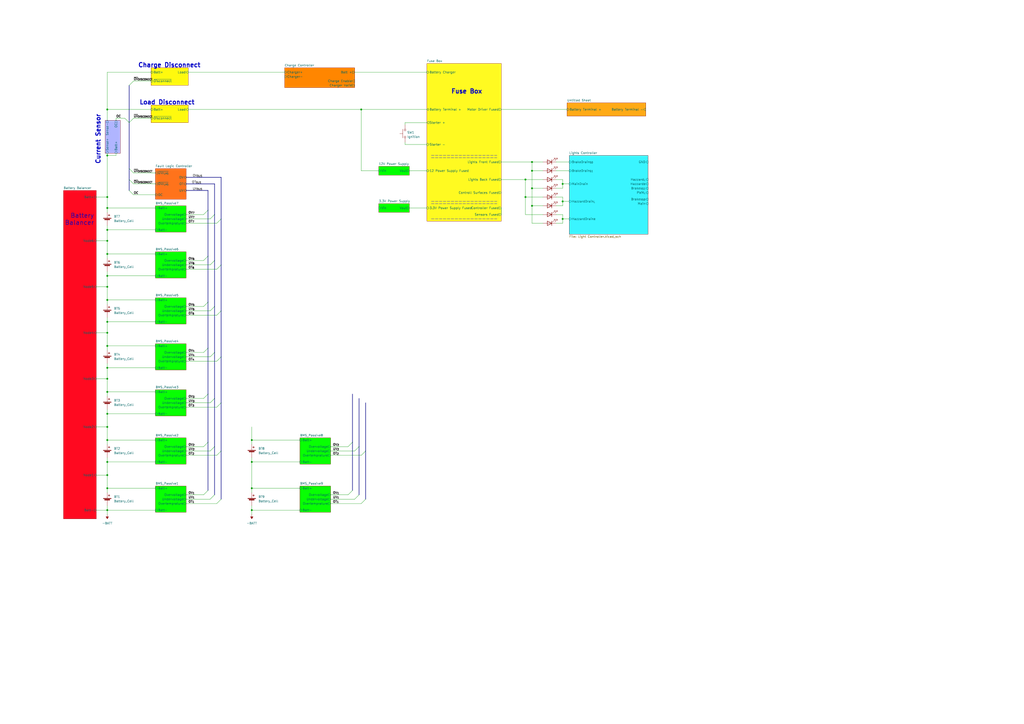
<source format=kicad_sch>
(kicad_sch (version 20230121) (generator eeschema)
  (paper "A2")
  (lib_symbols
    (symbol "Device:Battery_Cell" (pin_numbers hide) (pin_names (offset 0) hide)
      (property "Reference" "BT" (at 2.54 2.54 0))
      (property "Value" "Battery_Cell" (at 2.54 0 0))
      (symbol "Battery_Cell_0_1"
        (rectangle (start -2.286 1.778) (end 2.286 1.524) (fill (type outline)))
        (rectangle (start -1.5748 1.1938) (end 1.4732 0.6858) (fill (type outline)))
        (polyline (pts (xy 0 0.762) (xy 0 0)))
        (polyline (pts (xy 0 1.778) (xy 0 2.54)))
        (polyline (pts (xy 0.508 3.429) (xy 1.524 3.429)) (stroke (width 0.254)))
        (polyline (pts (xy 1.016 3.937) (xy 1.016 2.921)) (stroke (width 0.254)))
      )
      (symbol "Battery_Cell_1_1"
        (pin passive line (at 0 5.08 270) (length 2.54) (name "+") (number "1"))
        (pin passive line (at 0 -2.54 90) (length 2.54) (name "-") (number "2"))
      )
    )
    (symbol "Device:LED" (pin_numbers hide) (pin_names (offset 1.016) hide)
      (property "Reference" "D" (at 0 2.54 0))
      (property "Value" "LED" (at 0 -2.54 0))
      (symbol "LED_0_1"
        (polyline (pts (xy -1.27 -1.27) (xy -1.27 1.27)) (stroke (width 0.254)))
        (polyline (pts (xy -1.27 0) (xy 1.27 0)))
        (polyline (pts (xy 1.27 -1.27) (xy 1.27 1.27) (xy -1.27 0) (xy 1.27 -1.27)) (stroke (width 0.254)))
        (polyline (pts (xy -3.048 -0.762) (xy -4.572 -2.286) (xy -3.81 -2.286) (xy -4.572 -2.286) (xy -4.572 -1.524)))
        (polyline (pts (xy -1.778 -0.762) (xy -3.302 -2.286) (xy -2.54 -2.286) (xy -3.302 -2.286) (xy -3.302 -1.524)))
      )
      (symbol "LED_1_1"
        (pin passive line (at -3.81 0 0) (length 2.54) (name "K") (number "1"))
        (pin passive line (at 3.81 0 180) (length 2.54) (name "A") (number "2"))
      )
    )
    (symbol "Switch:SW_Push" (pin_numbers hide) (pin_names (offset 1.016) hide)
      (property "Reference" "SW" (at 1.27 2.54 0))
      (property "Value" "SW_Push" (at 0 -1.524 0))
      (symbol "SW_Push_0_1"
        (circle (center -2.032 0) (radius 0.508))
        (polyline (pts (xy 0 1.27) (xy 0 3.048)))
        (polyline (pts (xy 2.54 1.27) (xy -2.54 1.27)))
        (circle (center 2.032 0) (radius 0.508))
        (pin passive line (at -5.08 0 0) (length 2.54) (name "1") (number "1"))
        (pin passive line (at 5.08 0 180) (length 2.54) (name "2") (number "2"))
      )
    )
    (symbol "power:-BATT" (power) (pin_names (offset 0))
      (property "Value" "-BATT" (at 0 3.556 0))
      (symbol "-BATT_0_1"
        (polyline (pts (xy 0 0) (xy 0 2.54)))
        (polyline (pts (xy 0.762 1.27) (xy -0.762 1.27) (xy 0 2.54) (xy 0.762 1.27)) (fill (type outline)))
      )
      (symbol "-BATT_1_1"
        (pin power_in line (at 0 0 90) (length 0) hide (name "-BATT") (number "1"))
      )
    )
  )
  (junction (at 62.23 219.71))
  (junction (at 146.05 295.91))
  (junction (at 304.8 114.3))
  (junction (at 209.55 63.5))
  (junction (at 326.39 127))
  (junction (at 62.23 114.3))
  (junction (at 62.23 295.91))
  (junction (at 62.23 139.7))
  (junction (at 62.23 133.35))
  (junction (at 62.23 240.03))
  (junction (at 62.23 63.5))
  (junction (at 62.23 173.99))
  (junction (at 62.23 193.04))
  (junction (at 308.61 119.38))
  (junction (at 62.23 120.65))
  (junction (at 62.23 186.69))
  (junction (at 62.23 213.36))
  (junction (at 62.23 166.37))
  (junction (at 62.23 160.02))
  (junction (at 326.39 106.68))
  (junction (at 62.23 275.59))
  (junction (at 62.23 247.65))
  (junction (at 62.23 200.66))
  (junction (at 62.23 267.97))
  (junction (at 146.05 267.97))
  (junction (at 308.61 93.98))
  (junction (at 62.23 227.33))
  (junction (at 146.05 255.27))
  (junction (at 62.23 283.21))
  (junction (at 62.23 90.17))
  (junction (at 308.61 109.22))
  (junction (at 304.8 104.14))
  (junction (at 62.23 255.27))
  (junction (at 62.23 147.32))
  (junction (at 308.61 99.06))
  (junction (at 146.05 283.21))
  (junction (at 326.39 116.84))
  (bus_entry (at 118.11 287.02) (size 2.54 -2.54))
  (bus_entry (at 121.92 261.62) (size 2.54 -2.54))
  (bus_entry (at 118.11 204.47) (size 2.54 -2.54))
  (bus_entry (at 125.73 129.54) (size 2.54 -2.54))
  (bus_entry (at 74.93 71.12) (size 2.54 -2.54))
  (bus_entry (at 209.55 292.1) (size 2.54 -2.54))
  (bus_entry (at 118.11 259.08) (size 2.54 -2.54))
  (bus_entry (at 205.74 261.62) (size 2.54 -2.54))
  (bus_entry (at 201.93 259.08) (size 2.54 -2.54))
  (bus_entry (at 121.92 289.56) (size 2.54 -2.54))
  (bus_entry (at 121.92 180.34) (size 2.54 -2.54))
  (bus_entry (at 205.74 289.56) (size 2.54 -2.54))
  (bus_entry (at 74.93 104.14) (size 2.54 2.54))
  (bus_entry (at 121.92 233.68) (size 2.54 -2.54))
  (bus_entry (at 125.73 236.22) (size 2.54 -2.54))
  (bus_entry (at 121.92 207.01) (size 2.54 -2.54))
  (bus_entry (at 125.73 209.55) (size 2.54 -2.54))
  (bus_entry (at 125.73 182.88) (size 2.54 -2.54))
  (bus_entry (at 74.93 49.53) (size 2.54 -2.54))
  (bus_entry (at 121.92 153.67) (size 2.54 -2.54))
  (bus_entry (at 74.93 97.79) (size 2.54 2.54))
  (bus_entry (at 201.93 287.02) (size 2.54 -2.54))
  (bus_entry (at 118.11 151.13) (size 2.54 -2.54))
  (bus_entry (at 118.11 231.14) (size 2.54 -2.54))
  (bus_entry (at 74.93 110.49) (size 2.54 2.54))
  (bus_entry (at 74.93 71.12) (size -2.54 -2.54))
  (bus_entry (at 121.92 127) (size 2.54 -2.54))
  (bus_entry (at 118.11 124.46) (size 2.54 -2.54))
  (bus_entry (at 118.11 177.8) (size 2.54 -2.54))
  (bus_entry (at 125.73 292.1) (size 2.54 -2.54))
  (bus_entry (at 209.55 264.16) (size 2.54 -2.54))
  (bus_entry (at 125.73 264.16) (size 2.54 -2.54))
  (bus_entry (at 125.73 156.21) (size 2.54 -2.54))
  (wire (pts (xy 62.23 120.65) (xy 62.23 123.19)))
  (polyline (pts (xy 250.19 118.11) (xy 288.29 118.11)) (stroke (width 0) (type dash) (color 0 0 255 1)))
  (wire (pts (xy 62.23 147.32) (xy 62.23 149.86)))
  (wire (pts (xy 55.88 114.3) (xy 62.23 114.3)))
  (bus (pts (xy 120.65 256.54) (xy 120.65 284.48)))
  (wire (pts (xy 62.23 247.65) (xy 62.23 255.27)))
  (bus (pts (xy 120.65 121.92) (xy 120.65 148.59)))
  (bus (pts (xy 124.46 259.08) (xy 124.46 287.02)))
  (wire (pts (xy 77.47 68.58) (xy 87.63 68.58)))
  (wire (pts (xy 107.95 209.55) (xy 125.73 209.55)))
  (wire (pts (xy 304.8 114.3) (xy 304.8 124.46)))
  (wire (pts (xy 308.61 93.98) (xy 314.96 93.98)))
  (wire (pts (xy 62.23 227.33) (xy 90.17 227.33)))
  (wire (pts (xy 62.23 41.91) (xy 87.63 41.91)))
  (wire (pts (xy 107.95 180.34) (xy 121.92 180.34)))
  (wire (pts (xy 314.96 129.54) (xy 308.61 129.54)))
  (wire (pts (xy 146.05 267.97) (xy 146.05 283.21)))
  (wire (pts (xy 107.95 129.54) (xy 125.73 129.54)))
  (wire (pts (xy 308.61 119.38) (xy 314.96 119.38)))
  (bus (pts (xy 212.09 233.68) (xy 212.09 261.62)))
  (wire (pts (xy 107.95 124.46) (xy 118.11 124.46)))
  (wire (pts (xy 191.77 264.16) (xy 209.55 264.16)))
  (wire (pts (xy 219.71 99.06) (xy 209.55 99.06)))
  (bus (pts (xy 124.46 177.8) (xy 124.46 204.47)))
  (bus (pts (xy 128.27 233.68) (xy 128.27 261.62)))
  (wire (pts (xy 62.23 240.03) (xy 62.23 247.65)))
  (wire (pts (xy 205.74 41.91) (xy 247.65 41.91)))
  (wire (pts (xy 146.05 247.65) (xy 146.05 255.27)))
  (wire (pts (xy 55.88 295.91) (xy 62.23 295.91)))
  (wire (pts (xy 55.88 247.65) (xy 62.23 247.65)))
  (wire (pts (xy 107.95 292.1) (xy 125.73 292.1)))
  (bus (pts (xy 208.28 231.14) (xy 208.28 259.08)))
  (wire (pts (xy 304.8 114.3) (xy 314.96 114.3)))
  (wire (pts (xy 62.23 213.36) (xy 62.23 219.71)))
  (wire (pts (xy 234.95 82.55) (xy 234.95 83.82)))
  (wire (pts (xy 290.83 104.14) (xy 304.8 104.14)))
  (bus (pts (xy 74.93 49.53) (xy 74.93 71.12)))
  (wire (pts (xy 146.05 255.27) (xy 173.99 255.27)))
  (wire (pts (xy 191.77 259.08) (xy 201.93 259.08)))
  (wire (pts (xy 62.23 120.65) (xy 90.17 120.65)))
  (wire (pts (xy 62.23 265.43) (xy 62.23 267.97)))
  (wire (pts (xy 107.95 204.47) (xy 118.11 204.47)))
  (wire (pts (xy 107.95 287.02) (xy 118.11 287.02)))
  (wire (pts (xy 77.47 46.99) (xy 87.63 46.99)))
  (wire (pts (xy 326.39 127) (xy 326.39 129.54)))
  (wire (pts (xy 191.77 289.56) (xy 205.74 289.56)))
  (polyline (pts (xy 250.19 116.84) (xy 288.29 116.84)) (stroke (width 0) (type dash) (color 0 0 255 1)))
  (bus (pts (xy 120.65 110.49) (xy 120.65 121.92)))
  (wire (pts (xy 107.95 127) (xy 121.92 127)))
  (wire (pts (xy 326.39 127) (xy 330.2 127)))
  (wire (pts (xy 55.88 193.04) (xy 62.23 193.04)))
  (bus (pts (xy 120.65 201.93) (xy 120.65 228.6)))
  (wire (pts (xy 308.61 99.06) (xy 308.61 93.98)))
  (wire (pts (xy 55.88 139.7) (xy 62.23 139.7)))
  (wire (pts (xy 290.83 93.98) (xy 308.61 93.98)))
  (wire (pts (xy 191.77 287.02) (xy 201.93 287.02)))
  (wire (pts (xy 322.58 109.22) (xy 326.39 109.22)))
  (bus (pts (xy 212.09 261.62) (xy 212.09 289.56)))
  (wire (pts (xy 62.23 63.5) (xy 62.23 69.85)))
  (wire (pts (xy 62.23 186.69) (xy 62.23 193.04)))
  (wire (pts (xy 62.23 120.65) (xy 62.23 114.3)))
  (bus (pts (xy 124.46 106.68) (xy 124.46 124.46)))
  (wire (pts (xy 62.23 173.99) (xy 90.17 173.99)))
  (wire (pts (xy 107.95 182.88) (xy 125.73 182.88)))
  (wire (pts (xy 308.61 109.22) (xy 308.61 119.38)))
  (wire (pts (xy 146.05 293.37) (xy 146.05 295.91)))
  (wire (pts (xy 107.95 289.56) (xy 121.92 289.56)))
  (wire (pts (xy 62.23 133.35) (xy 62.23 139.7)))
  (bus (pts (xy 74.93 97.79) (xy 74.93 104.14)))
  (wire (pts (xy 62.23 267.97) (xy 62.23 275.59)))
  (bus (pts (xy 208.28 259.08) (xy 208.28 287.02)))
  (polyline (pts (xy 250.19 90.17) (xy 288.29 90.17)) (stroke (width 0) (type dash) (color 0 0 255 1)))
  (wire (pts (xy 62.23 227.33) (xy 62.23 229.87)))
  (bus (pts (xy 74.93 104.14) (xy 74.93 110.49)))
  (wire (pts (xy 62.23 275.59) (xy 62.23 283.21)))
  (wire (pts (xy 62.23 200.66) (xy 90.17 200.66)))
  (wire (pts (xy 62.23 184.15) (xy 62.23 186.69)))
  (wire (pts (xy 55.88 166.37) (xy 62.23 166.37)))
  (bus (pts (xy 74.93 71.12) (xy 74.93 97.79)))
  (bus (pts (xy 128.27 153.67) (xy 128.27 180.34)))
  (wire (pts (xy 107.95 259.08) (xy 118.11 259.08)))
  (wire (pts (xy 322.58 129.54) (xy 326.39 129.54)))
  (bus (pts (xy 107.95 110.49) (xy 120.65 110.49)))
  (wire (pts (xy 62.23 166.37) (xy 62.23 173.99)))
  (polyline (pts (xy 250.19 91.44) (xy 288.29 91.44)) (stroke (width 0) (type dash) (color 0 0 255 1)))
  (wire (pts (xy 107.95 231.14) (xy 118.11 231.14)))
  (wire (pts (xy 107.95 261.62) (xy 121.92 261.62)))
  (wire (pts (xy 146.05 265.43) (xy 146.05 267.97)))
  (wire (pts (xy 62.23 295.91) (xy 62.23 298.45)))
  (wire (pts (xy 62.23 157.48) (xy 62.23 160.02)))
  (wire (pts (xy 308.61 99.06) (xy 314.96 99.06)))
  (wire (pts (xy 107.95 233.68) (xy 121.92 233.68)))
  (wire (pts (xy 62.23 160.02) (xy 62.23 166.37)))
  (wire (pts (xy 326.39 104.14) (xy 326.39 106.68)))
  (wire (pts (xy 62.23 186.69) (xy 90.17 186.69)))
  (wire (pts (xy 234.95 83.82) (xy 247.65 83.82)))
  (wire (pts (xy 55.88 275.59) (xy 62.23 275.59)))
  (wire (pts (xy 62.23 173.99) (xy 62.23 176.53)))
  (wire (pts (xy 304.8 124.46) (xy 314.96 124.46)))
  (wire (pts (xy 62.23 90.17) (xy 62.23 114.3)))
  (wire (pts (xy 146.05 255.27) (xy 146.05 257.81)))
  (wire (pts (xy 62.23 283.21) (xy 90.17 283.21)))
  (bus (pts (xy 128.27 102.87) (xy 128.27 127)))
  (bus (pts (xy 124.46 204.47) (xy 124.46 231.14)))
  (wire (pts (xy 107.95 177.8) (xy 118.11 177.8)))
  (wire (pts (xy 67.31 88.9) (xy 67.31 90.17)))
  (wire (pts (xy 326.39 104.14) (xy 322.58 104.14)))
  (wire (pts (xy 109.22 63.5) (xy 209.55 63.5)))
  (bus (pts (xy 107.95 102.87) (xy 128.27 102.87)))
  (wire (pts (xy 209.55 63.5) (xy 247.65 63.5)))
  (wire (pts (xy 107.95 156.21) (xy 125.73 156.21)))
  (bus (pts (xy 120.65 175.26) (xy 120.65 201.93)))
  (bus (pts (xy 124.46 231.14) (xy 124.46 259.08)))
  (wire (pts (xy 62.23 63.5) (xy 87.63 63.5)))
  (wire (pts (xy 326.39 116.84) (xy 330.2 116.84)))
  (bus (pts (xy 128.27 261.62) (xy 128.27 289.56)))
  (wire (pts (xy 290.83 124.46) (xy 290.83 120.65)))
  (bus (pts (xy 204.47 228.6) (xy 204.47 256.54)))
  (wire (pts (xy 326.39 106.68) (xy 330.2 106.68)))
  (wire (pts (xy 191.77 261.62) (xy 205.74 261.62)))
  (wire (pts (xy 62.23 267.97) (xy 90.17 267.97)))
  (wire (pts (xy 62.23 237.49) (xy 62.23 240.03)))
  (wire (pts (xy 67.31 68.58) (xy 72.39 68.58)))
  (wire (pts (xy 62.23 255.27) (xy 90.17 255.27)))
  (wire (pts (xy 326.39 106.68) (xy 326.39 109.22)))
  (wire (pts (xy 107.95 264.16) (xy 125.73 264.16)))
  (wire (pts (xy 326.39 114.3) (xy 326.39 116.84)))
  (bus (pts (xy 204.47 256.54) (xy 204.47 284.48)))
  (polyline (pts (xy 250.19 127) (xy 288.29 127)) (stroke (width 0) (type dash) (color 0 0 255 1)))
  (wire (pts (xy 62.23 200.66) (xy 62.23 203.2)))
  (wire (pts (xy 304.8 104.14) (xy 314.96 104.14)))
  (wire (pts (xy 237.49 99.06) (xy 247.65 99.06)))
  (wire (pts (xy 67.31 90.17) (xy 62.23 90.17)))
  (wire (pts (xy 62.23 193.04) (xy 62.23 200.66)))
  (wire (pts (xy 77.47 113.03) (xy 90.17 113.03)))
  (wire (pts (xy 191.77 292.1) (xy 209.55 292.1)))
  (wire (pts (xy 107.95 207.01) (xy 121.92 207.01)))
  (wire (pts (xy 62.23 255.27) (xy 62.23 257.81)))
  (wire (pts (xy 146.05 295.91) (xy 173.99 295.91)))
  (wire (pts (xy 322.58 99.06) (xy 330.2 99.06)))
  (wire (pts (xy 62.23 283.21) (xy 62.23 285.75)))
  (bus (pts (xy 128.27 180.34) (xy 128.27 207.01)))
  (wire (pts (xy 62.23 139.7) (xy 62.23 147.32)))
  (wire (pts (xy 308.61 119.38) (xy 308.61 129.54)))
  (wire (pts (xy 209.55 63.5) (xy 209.55 99.06)))
  (bus (pts (xy 128.27 207.01) (xy 128.27 233.68)))
  (wire (pts (xy 77.47 106.68) (xy 90.17 106.68)))
  (wire (pts (xy 62.23 160.02) (xy 90.17 160.02)))
  (wire (pts (xy 322.58 124.46) (xy 326.39 124.46)))
  (wire (pts (xy 55.88 219.71) (xy 62.23 219.71)))
  (wire (pts (xy 326.39 116.84) (xy 326.39 119.38)))
  (wire (pts (xy 62.23 213.36) (xy 90.17 213.36)))
  (wire (pts (xy 308.61 99.06) (xy 308.61 109.22)))
  (wire (pts (xy 77.47 100.33) (xy 90.17 100.33)))
  (wire (pts (xy 322.58 93.98) (xy 330.2 93.98)))
  (wire (pts (xy 62.23 147.32) (xy 90.17 147.32)))
  (wire (pts (xy 146.05 283.21) (xy 146.05 285.75)))
  (bus (pts (xy 124.46 124.46) (xy 124.46 151.13)))
  (bus (pts (xy 120.65 148.59) (xy 120.65 175.26)))
  (wire (pts (xy 322.58 114.3) (xy 326.39 114.3)))
  (bus (pts (xy 128.27 127) (xy 128.27 153.67)))
  (wire (pts (xy 109.22 41.91) (xy 165.1 41.91)))
  (wire (pts (xy 322.58 119.38) (xy 326.39 119.38)))
  (wire (pts (xy 62.23 295.91) (xy 90.17 295.91)))
  (wire (pts (xy 146.05 295.91) (xy 146.05 298.45)))
  (wire (pts (xy 107.95 151.13) (xy 118.11 151.13)))
  (wire (pts (xy 62.23 133.35) (xy 90.17 133.35)))
  (wire (pts (xy 237.49 120.65) (xy 247.65 120.65)))
  (wire (pts (xy 62.23 130.81) (xy 62.23 133.35)))
  (wire (pts (xy 67.31 69.85) (xy 67.31 68.58)))
  (wire (pts (xy 234.95 72.39) (xy 234.95 71.12)))
  (wire (pts (xy 304.8 104.14) (xy 304.8 114.3)))
  (wire (pts (xy 308.61 109.22) (xy 314.96 109.22)))
  (wire (pts (xy 62.23 41.91) (xy 62.23 63.5)))
  (wire (pts (xy 146.05 283.21) (xy 173.99 283.21)))
  (wire (pts (xy 234.95 71.12) (xy 247.65 71.12)))
  (wire (pts (xy 62.23 219.71) (xy 62.23 227.33)))
  (wire (pts (xy 62.23 293.37) (xy 62.23 295.91)))
  (bus (pts (xy 124.46 151.13) (xy 124.46 177.8)))
  (bus (pts (xy 107.95 106.68) (xy 124.46 106.68)))
  (wire (pts (xy 62.23 210.82) (xy 62.23 213.36)))
  (wire (pts (xy 290.83 63.5) (xy 328.93 63.5)))
  (bus (pts (xy 120.65 228.6) (xy 120.65 256.54)))
  (wire (pts (xy 62.23 240.03) (xy 90.17 240.03)))
  (wire (pts (xy 146.05 267.97) (xy 173.99 267.97)))
  (wire (pts (xy 107.95 153.67) (xy 121.92 153.67)))
  (wire (pts (xy 107.95 236.22) (xy 125.73 236.22)))
  (wire (pts (xy 62.23 88.9) (xy 62.23 90.17)))
  (wire (pts (xy 326.39 124.46) (xy 326.39 127)))
  (text "Battery\nBalancer" (at 54.61 130.81 0) (effects (font (size 2.54 2.54) (thickness 0.254) bold) (justify right bottom)))
  (text "Charge Disconnect" (at 80.01 39.37 0) (effects (font (size 2.54 2.54) bold) (justify left bottom)))
  (text "Fuse Box" (at 261.62 54.61 0) (effects (font (size 2.54 2.54) (thickness 0.508) bold) (justify left bottom)))
  (text "Load Disconnect" (at 113.03 60.96 0) (effects (font (size 2.54 2.54) bold) (justify right bottom)))
  (text "Current Sensor\n" (at 58.42 66.04 90) (effects (font (size 2.54 2.54) bold) (justify right bottom)))
  (label "OV_{7}" (at 109.22 124.46 0) (effects (font bold)))
  (label "UV_{4}" (at 109.22 207.01 0) (effects (font bold)))
  (label "OV_{2}" (at 193.04 259.08 0) (effects (font bold)))
  (label "OV_{3}" (at 109.22 231.14 0) (effects (font bold)))
  (label "OT_{4}" (at 109.22 209.55 0) (effects (font bold)))
  (label "OC" (at 67.31 68.58 0) (effects (font bold)))
  (label "~{OV}_{DISCONECT}" (at 77.47 46.99 0) (effects (font bold)))
  (label "OV_{BUS}" (at 111.76 102.87 0))
  (label "OV_{4}" (at 109.22 204.47 0) (effects (font bold)))
  (label "UV_{1}" (at 193.04 289.56 0) (effects (font bold)))
  (label "OT_{6}" (at 109.22 156.21 0) (effects (font bold)))
  (label "UV_{5}" (at 109.22 180.34 0) (effects (font bold)))
  (label "~{UV}_{DISCONECT}" (at 77.47 100.33 0) (effects (font bold)))
  (label "OT_{1}" (at 193.04 292.1 0) (effects (font bold)))
  (label "UV_{BUS}" (at 111.76 110.49 0))
  (label "UV_{6}" (at 109.22 153.67 0) (effects (font bold)))
  (label "OT_{2}" (at 109.22 264.16 0) (effects (font bold)))
  (label "UV_{2}" (at 193.04 261.62 0) (effects (font bold)))
  (label "OT_{1}" (at 109.22 292.1 0) (effects (font bold)))
  (label "~{OV}_{DISCONECT}" (at 77.47 106.68 0) (effects (font bold)))
  (label "UV_{2}" (at 109.22 261.62 0) (effects (font bold)))
  (label "UV_{1}" (at 109.22 289.56 0) (effects (font bold)))
  (label "OT_{2}" (at 193.04 264.16 0) (effects (font bold)))
  (label "OV_{1}" (at 109.22 287.02 0) (effects (font bold)))
  (label "~{UV}_{DISCONECT}" (at 77.47 68.58 0) (effects (font bold)))
  (label "OT_{7}" (at 109.22 129.54 0) (effects (font bold)))
  (label "OT_{5}" (at 109.22 182.88 0) (effects (font bold)))
  (label "UV_{7}" (at 109.22 127 0) (effects (font bold)))
  (label "OV_{5}" (at 109.22 177.8 0) (effects (font bold)))
  (label "OV_{1}" (at 193.04 287.02 0) (effects (font bold)))
  (label "OC" (at 77.47 113.03 0) (effects (font bold)))
  (label "OT_{3}" (at 109.22 236.22 0) (effects (font bold)))
  (label "OT_{BUS}" (at 116.84 106.68 180))
  (label "OV_{6}" (at 109.22 151.13 0) (effects (font bold)))
  (label "OV_{2}" (at 109.22 259.08 0) (effects (font bold)))
  (label "UV_{3}" (at 109.22 233.68 0) (effects (font bold)))
  (symbol (lib_id "Device:LED") (at 318.77 129.54 180) (unit 1)
    (property "Reference" "D8" (effects hide))
    (property "Value" "LED" (effects hide))
  )
  (symbol (lib_id "Device:LED") (at 318.77 93.98 180) (unit 1)
    (property "Reference" "D1" (effects hide))
    (property "Value" "LED" (effects hide))
  )
  (symbol (lib_id "Device:LED") (at 318.77 114.3 180) (unit 1)
    (property "Reference" "D5" (effects hide))
    (property "Value" "LED" (effects hide))
  )
  (symbol (lib_id "Device:LED") (at 318.77 109.22 180) (unit 1)
    (property "Reference" "D4" (effects hide))
    (property "Value" "LED" (effects hide))
  )
  (symbol (lib_id "Device:LED") (at 318.77 119.38 180) (unit 1)
    (property "Reference" "D6" (effects hide))
    (property "Value" "LED" (effects hide))
  )
  (symbol (lib_id "Device:Battery_Cell") (at 146.05 262.89 0) (unit 1)
    (property "Reference" "BT8" (at 149.86 260.223 0) (effects (justify left)))
    (property "Value" "Battery_Cell" (at 149.86 262.763 0) (effects (justify left)))
  )
  (symbol (lib_id "power:-BATT") (at 62.23 298.45 180) (unit 1)
    (property "Reference" "#PWR019" (effects hide))
    (property "Value" "-BATT" (at 62.23 303.53 0))
  )
  (symbol (lib_id "Switch:SW_Push") (at 234.95 77.47 90) (unit 1)
    (property "Reference" "SW1" (at 236.22 76.835 90) (effects (justify right)))
    (property "Value" "Ignition" (at 236.22 79.375 90) (effects (justify right)))
  )
  (symbol (lib_id "Device:Battery_Cell") (at 62.23 234.95 0) (unit 1)
    (property "Reference" "BT3" (at 66.04 232.283 0) (effects (justify left)))
    (property "Value" "Battery_Cell" (at 66.04 234.823 0) (effects (justify left)))
  )
  (symbol (lib_id "Device:LED") (at 318.77 104.14 180) (unit 1)
    (property "Reference" "D3" (effects hide))
    (property "Value" "LED" (effects hide))
  )
  (symbol (lib_id "Device:Battery_Cell") (at 62.23 154.94 0) (unit 1)
    (property "Reference" "BT6" (at 66.04 152.273 0) (effects (justify left)))
    (property "Value" "Battery_Cell" (at 66.04 154.813 0) (effects (justify left)))
  )
  (symbol (lib_id "Device:Battery_Cell") (at 146.05 290.83 0) (unit 1)
    (property "Reference" "BT9" (at 149.86 288.163 0) (effects (justify left)))
    (property "Value" "Battery_Cell" (at 149.86 290.703 0) (effects (justify left)))
  )
  (symbol (lib_id "Device:Battery_Cell") (at 62.23 262.89 0) (unit 1)
    (property "Reference" "BT2" (at 66.04 260.223 0) (effects (justify left)))
    (property "Value" "Battery_Cell" (at 66.04 262.763 0) (effects (justify left)))
  )
  (symbol (lib_id "Device:Battery_Cell") (at 62.23 181.61 0) (unit 1)
    (property "Reference" "BT5" (at 66.04 178.943 0) (effects (justify left)))
    (property "Value" "Battery_Cell" (at 66.04 181.483 0) (effects (justify left)))
  )
  (symbol (lib_id "Device:Battery_Cell") (at 62.23 128.27 0) (unit 1)
    (property "Reference" "BT7" (at 66.04 125.603 0) (effects (justify left)))
    (property "Value" "Battery_Cell" (at 66.04 128.143 0) (effects (justify left)))
  )
  (symbol (lib_id "Device:LED") (at 318.77 99.06 180) (unit 1)
    (property "Reference" "D2" (effects hide))
    (property "Value" "LED" (effects hide))
  )
  (symbol (lib_id "Device:Battery_Cell") (at 62.23 290.83 0) (unit 1)
    (property "Reference" "BT1" (at 66.04 288.163 0) (effects (justify left)))
    (property "Value" "Battery_Cell" (at 66.04 290.703 0) (effects (justify left)))
  )
  (symbol (lib_id "Device:LED") (at 318.77 124.46 180) (unit 1)
    (property "Reference" "D7" (effects hide))
    (property "Value" "LED" (effects hide))
  )
  (symbol (lib_id "Device:Battery_Cell") (at 62.23 208.28 0) (unit 1)
    (property "Reference" "BT4" (at 66.04 205.613 0) (effects (justify left)))
    (property "Value" "Battery_Cell" (at 66.04 208.153 0) (effects (justify left)))
  )
  (symbol (lib_id "power:-BATT") (at 146.05 298.45 180) (unit 1)
    (property "Reference" "#PWR063" (effects hide))
    (property "Value" "-BATT" (at 146.05 303.53 0))
  )
  (sheet (at 87.63 60.96) (size 21.59 10.16) (stroke (width 0.1524)) (fill (color 255 249 14 1.0000))
    (property "Sheetname" "Disconnect " (effects hide))
    (property "Sheetfile" "LoadStop_sch.kicad_sch" (effects hide))
    (pin "Batt+" input (at 87.63 63.5 180))
    (pin "Load" input (at 109.22 63.5 0))
    (pin "~{Disconnect}" input (at 87.63 68.58 180))
  )
  (sheet (at 219.71 118.11) (size 17.78 5.08) (stroke (width 0.1524)) (fill (color 0 255 0 1.0000))
    (property "Sheetname" "3,3V Power Supply" (at 219.71 117.3984 0) (effects (justify left bottom)))
    (property "Sheetfile" "3.3V_PowerSupply.kicad_sch" (effects hide))
    (pin "Vout" output (at 237.49 120.65 0))
    (pin "Vin" input (at 219.71 120.65 180))
  )
  (sheet (at 90.17 119.38) (size 17.78 15.24) (stroke (width 0.1524)) (fill (color 8 255 3 1.0000))
    (property "Sheetname" "BMS_Passive7" (at 90.17 118.6684 0) (effects (justify left bottom)))
    (property "Sheetfile" "BMS_Passive.kicad_sch" (effects hide))
    (pin "Batt-" input (at 90.17 133.35 180))
    (pin "Batt+" input (at 90.17 120.65 180))
    (pin "Undervoltage" output (at 107.95 127 0))
    (pin "Overtemprature" output (at 107.95 129.54 0))
    (pin "Overvoltage" output (at 107.95 124.46 0))
  )
  (sheet (at 90.17 199.39) (size 17.78 15.24) (stroke (width 0.1524)) (fill (color 8 255 3 1.0000))
    (property "Sheetname" "BMS_Passive4" (at 90.17 198.6784 0) (effects (justify left bottom)))
    (property "Sheetfile" "BMS_Passive.kicad_sch" (effects hide))
    (pin "Batt-" input (at 90.17 213.36 180))
    (pin "Batt+" input (at 90.17 200.66 180))
    (pin "Undervoltage" output (at 107.95 207.01 0))
    (pin "Overtemprature" output (at 107.95 209.55 0))
    (pin "Overvoltage" output (at 107.95 204.47 0))
  )
  (sheet (at 90.17 146.05) (size 17.78 15.24) (stroke (width 0.1524)) (fill (color 8 255 3 1.0000))
    (property "Sheetname" "BMS_Passive6" (at 90.17 145.3384 0) (effects (justify left bottom)))
    (property "Sheetfile" "BMS_Passive.kicad_sch" (effects hide))
    (pin "Batt-" input (at 90.17 160.02 180))
    (pin "Batt+" input (at 90.17 147.32 180))
    (pin "Undervoltage" output (at 107.95 153.67 0))
    (pin "Overtemprature" output (at 107.95 156.21 0))
    (pin "Overvoltage" output (at 107.95 151.13 0))
  )
  (sheet (at 60.96 69.85) (size 8.89 19.05) (stroke (width 0.1524)) (fill (color 176 181 255 1.0000))
    (property "Sheetname" "Overcurrent Detection" (effects hide))
    (property "Sheetfile" "OvercurrentDetection.kicad_sch" (effects hide))
    (pin "OC" output (at 67.31 69.85 90))
    (pin "Sense-" output (at 62.23 69.85 90))
    (pin "Sense+" input (at 62.23 88.9 270))
    (pin "Batt+" input (at 67.31 88.9 270))
  )
  (sheet (at 247.65 36.83) (size 43.18 91.44) (stroke (width 0.1524)) (fill (color 255 250 33 1.0000))
    (property "Sheetname" "Fuse Box" (at 247.65 36.1184 0) (effects (justify left bottom)))
    (property "Sheetfile" "FuseBox.kicad_sch" (effects hide))
    (pin "Battery Terminal +" bidirectional (at 247.65 63.5 180))
    (pin "Controller Fused" output (at 290.83 120.65 0))
    (pin "Controll Surfaces Fused" output (at 290.83 111.76 0))
    (pin "Sensors Fused" output (at 290.83 124.46 0))
    (pin "Lights Front Fused" output (at 290.83 93.98 0))
    (pin "Lights Back Fused" output (at 290.83 104.14 0))
    (pin "Motor Driver Fused" output (at 290.83 63.5 0))
    (pin "Battery Charger " input (at 247.65 41.91 180))
    (pin "Starter +" output (at 247.65 71.12 180))
    (pin "Starter -" input (at 247.65 83.82 180))
    (pin "3.3V Power Supply Fused" input (at 247.65 120.65 180))
    (pin "12 Power Supply Fused" input (at 247.65 99.06 180))
  )
  (sheet (at 90.17 226.06) (size 17.78 15.24) (stroke (width 0.1524)) (fill (color 8 255 3 1.0000))
    (property "Sheetname" "BMS_Passive3" (at 90.17 225.3484 0) (effects (justify left bottom)))
    (property "Sheetfile" "BMS_Passive.kicad_sch" (effects hide))
    (pin "Batt-" input (at 90.17 240.03 180))
    (pin "Batt+" input (at 90.17 227.33 180))
    (pin "Undervoltage" output (at 107.95 233.68 0))
    (pin "Overtemprature" output (at 107.95 236.22 0))
    (pin "Overvoltage" output (at 107.95 231.14 0))
  )
  (sheet (at 36.83 110.49) (size 19.05 190.5) (stroke (width 0.1524)) (fill (color 255 9 32 1.0000))
    (property "Sheetname" "Battery Balancer" (at 36.83 109.7784 0) (effects (justify left bottom)))
    (property "Sheetfile" "BatteryCharger.kicad_sch" (effects hide))
    (pin "Node3" input (at 55.88 219.71 0))
    (pin "Node2" input (at 55.88 247.65 0))
    (pin "Batt+" output (at 55.88 114.3 0))
    (pin "Node1" input (at 55.88 275.59 0))
    (pin "Node4" input (at 55.88 193.04 0))
    (pin "Node5" input (at 55.88 166.37 0))
    (pin "Node6" input (at 55.88 139.7 0))
    (pin "Batt-" output (at 55.88 295.91 0))
  )
  (sheet (at 219.71 96.52) (size 17.78 5.08) (stroke (width 0.1524)) (fill (color 0 255 0 1.0000))
    (property "Sheetname" "12V Power Supply" (at 219.71 95.8084 0) (effects (justify left bottom)))
    (property "Sheetfile" "12V_PowerSupply.kicad_sch" (effects hide))
    (pin "Vin" input (at 219.71 99.06 180))
    (pin "Vout" output (at 237.49 99.06 0))
  )
  (sheet (at 330.2 90.17) (size 45.72 45.72) (stroke (width 0.1524)) (fill (color 58 245 255 1.0000))
    (property "Sheetname" "Lights Controller" (at 330.2 89.4584 0) (effects (justify left bottom)))
    (property "Sheetfile" "Light Controller.kicad_sch" (at 330.2 136.4746 0) (effects (justify left top)))
    (pin "Main" input (at 375.92 118.11 0))
    (pin "Brakes_{S0}" input (at 375.92 115.57 0))
    (pin "PWM_{L}" input (at 375.92 111.76 0))
    (pin "Brakes_{S1}" input (at 375.92 109.22 0))
    (pin "GND" input (at 375.92 93.98 0))
    (pin "Hazzard_{R}" input (at 375.92 106.68 0))
    (pin "Hazzard_{L}" input (at 375.92 104.14 0))
    (pin "BrakeDrain_{S1}" input (at 330.2 99.06 180))
    (pin "HazzardDrain_{R}" input (at 330.2 127 180))
    (pin "MainDrain" input (at 330.2 106.68 180))
    (pin "BrakeDrain_{S0}" input (at 330.2 93.98 180))
    (pin "HazzardDrain_{L}" input (at 330.2 116.84 180))
  )
  (sheet (at 173.99 281.94) (size 17.78 15.24) (stroke (width 0.1524)) (fill (color 8 255 3 1.0000))
    (property "Sheetname" "BMS_Passive9" (at 173.99 281.2284 0) (effects (justify left bottom)))
    (property "Sheetfile" "BMS_Passive.kicad_sch" (effects hide))
    (pin "Batt-" input (at 173.99 295.91 180))
    (pin "Batt+" input (at 173.99 283.21 180))
    (pin "Undervoltage" output (at 191.77 289.56 0))
    (pin "Overtemprature" output (at 191.77 292.1 0))
    (pin "Overvoltage" output (at 191.77 287.02 0))
  )
  (sheet (at 165.1 39.37) (size 40.64 11.43) (stroke (width 0.1524)) (fill (color 255 134 0 1.0000))
    (property "Sheetname" "Charge Controller" (at 165.1 38.6584 0) (effects (justify left bottom)))
    (property "Sheetfile" "ChargeController.kicad_sch" (effects hide))
    (pin "Charger-" input (at 165.1 44.45 180))
    (pin "Charger+" input (at 165.1 41.91 180))
    (pin "Charge Enable" input (at 205.74 46.99 0))
    (pin "Charger Valid" output (at 205.74 49.53 0))
    (pin "Batt +" output (at 205.74 41.91 0))
  )
  (sheet (at 173.99 254) (size 17.78 15.24) (stroke (width 0.1524)) (fill (color 8 255 3 1.0000))
    (property "Sheetname" "BMS_Passive8" (at 173.99 253.2884 0) (effects (justify left bottom)))
    (property "Sheetfile" "BMS_Passive.kicad_sch" (effects hide))
    (pin "Batt-" input (at 173.99 267.97 180))
    (pin "Batt+" input (at 173.99 255.27 180))
    (pin "Undervoltage" output (at 191.77 261.62 0))
    (pin "Overtemprature" output (at 191.77 264.16 0))
    (pin "Overvoltage" output (at 191.77 259.08 0))
  )
  (sheet (at 90.17 281.94) (size 17.78 15.24) (stroke (width 0.1524)) (fill (color 8 255 3 1.0000))
    (property "Sheetname" "BMS_Passive1" (at 90.17 281.2284 0) (effects (justify left bottom)))
    (property "Sheetfile" "BMS_Passive.kicad_sch" (effects hide))
    (pin "Batt-" input (at 90.17 295.91 180))
    (pin "Batt+" input (at 90.17 283.21 180))
    (pin "Undervoltage" output (at 107.95 289.56 0))
    (pin "Overtemprature" output (at 107.95 292.1 0))
    (pin "Overvoltage" output (at 107.95 287.02 0))
  )
  (sheet (at 87.63 39.37) (size 21.59 10.16) (stroke (width 0.1524)) (fill (color 255 249 14 1.0000))
    (property "Sheetname" "Disconnect " (effects hide))
    (property "Sheetfile" "LoadStop_sch.kicad_sch" (effects hide))
    (pin "Batt+" input (at 87.63 41.91 180))
    (pin "Load" input (at 109.22 41.91 0))
    (pin "~{Disconnect}" input (at 87.63 46.99 180))
  )
  (sheet (at 90.17 172.72) (size 17.78 15.24) (stroke (width 0.1524)) (fill (color 8 255 3 1.0000))
    (property "Sheetname" "BMS_Passive5" (at 90.17 172.0084 0) (effects (justify left bottom)))
    (property "Sheetfile" "BMS_Passive.kicad_sch" (effects hide))
    (pin "Batt-" input (at 90.17 186.69 180))
    (pin "Batt+" input (at 90.17 173.99 180))
    (pin "Undervoltage" output (at 107.95 180.34 0))
    (pin "Overtemprature" output (at 107.95 182.88 0))
    (pin "Overvoltage" output (at 107.95 177.8 0))
  )
  (sheet (at 328.93 59.69) (size 45.72 7.62) (stroke (width 0.1524)) (fill (color 255 170 22 1.0000))
    (property "Sheetname" "Untitled Sheet" (at 328.93 58.9784 0) (effects (justify left bottom)))
    (property "Sheetfile" "../MotorDriverDualHalfBridge/MotorDriverDualHalfBridge.kicad_sch" (effects hide))
    (pin "Battery Terminal +" input (at 328.93 63.5 180))
    (pin "Battery Terminal -" input (at 374.65 63.5 0))
  )
  (sheet (at 90.17 254) (size 17.78 15.24) (stroke (width 0.1524)) (fill (color 8 255 3 1.0000))
    (property "Sheetname" "BMS_Passive2" (at 90.17 253.2884 0) (effects (justify left bottom)))
    (property "Sheetfile" "BMS_Passive.kicad_sch" (effects hide))
    (pin "Batt-" input (at 90.17 267.97 180))
    (pin "Batt+" input (at 90.17 255.27 180))
    (pin "Undervoltage" output (at 107.95 261.62 0))
    (pin "Overtemprature" output (at 107.95 264.16 0))
    (pin "Overvoltage" output (at 107.95 259.08 0))
  )
  (sheet (at 90.17 97.79) (size 17.78 17.78) (stroke (width 0.1524)) (fill (color 255 115 27 1.0000))
    (property "Sheetname" "Fault Logic Controller" (at 90.17 97.0784 0) (effects (justify left bottom)))
    (property "Sheetfile" "FaultLogicController.kicad_sch" (effects hide))
    (pin "OV" input (at 107.95 102.87 0))
    (pin "UV" input (at 107.95 110.49 0))
    (pin "~{OV_{FLAG}}" output (at 90.17 106.68 180))
    (pin "~{UV_{FLAG}}" output (at 90.17 100.33 180))
    (pin "OT" input (at 107.95 106.68 0))
    (pin "OC" input (at 90.17 113.03 180))
  )
)
</source>
